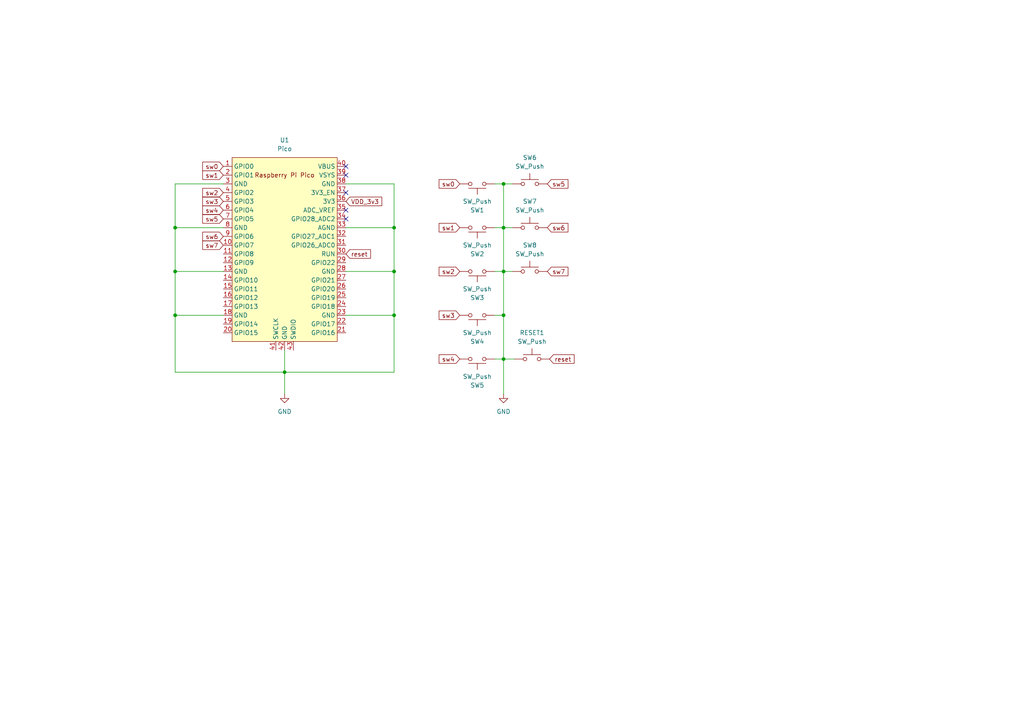
<source format=kicad_sch>
(kicad_sch (version 20211123) (generator eeschema)

  (uuid ba10215c-c439-4c7b-98d8-5d75b2ddd710)

  (paper "A4")

  (lib_symbols
    (symbol "MCU_RaspberryPi_and_Boards:Pico" (in_bom yes) (on_board yes)
      (property "Reference" "U" (id 0) (at -13.97 27.94 0)
        (effects (font (size 1.27 1.27)))
      )
      (property "Value" "Pico" (id 1) (at 0 19.05 0)
        (effects (font (size 1.27 1.27)))
      )
      (property "Footprint" "RPi_Pico:RPi_Pico_SMD_TH" (id 2) (at 0 0 90)
        (effects (font (size 1.27 1.27)) hide)
      )
      (property "Datasheet" "" (id 3) (at 0 0 0)
        (effects (font (size 1.27 1.27)) hide)
      )
      (symbol "Pico_0_0"
        (text "Raspberry Pi Pico" (at 0 21.59 0)
          (effects (font (size 1.27 1.27)))
        )
      )
      (symbol "Pico_0_1"
        (rectangle (start -15.24 26.67) (end 15.24 -26.67)
          (stroke (width 0) (type default) (color 0 0 0 0))
          (fill (type background))
        )
      )
      (symbol "Pico_1_1"
        (pin bidirectional line (at -17.78 24.13 0) (length 2.54)
          (name "GPIO0" (effects (font (size 1.27 1.27))))
          (number "1" (effects (font (size 1.27 1.27))))
        )
        (pin bidirectional line (at -17.78 1.27 0) (length 2.54)
          (name "GPIO7" (effects (font (size 1.27 1.27))))
          (number "10" (effects (font (size 1.27 1.27))))
        )
        (pin bidirectional line (at -17.78 -1.27 0) (length 2.54)
          (name "GPIO8" (effects (font (size 1.27 1.27))))
          (number "11" (effects (font (size 1.27 1.27))))
        )
        (pin bidirectional line (at -17.78 -3.81 0) (length 2.54)
          (name "GPIO9" (effects (font (size 1.27 1.27))))
          (number "12" (effects (font (size 1.27 1.27))))
        )
        (pin power_in line (at -17.78 -6.35 0) (length 2.54)
          (name "GND" (effects (font (size 1.27 1.27))))
          (number "13" (effects (font (size 1.27 1.27))))
        )
        (pin bidirectional line (at -17.78 -8.89 0) (length 2.54)
          (name "GPIO10" (effects (font (size 1.27 1.27))))
          (number "14" (effects (font (size 1.27 1.27))))
        )
        (pin bidirectional line (at -17.78 -11.43 0) (length 2.54)
          (name "GPIO11" (effects (font (size 1.27 1.27))))
          (number "15" (effects (font (size 1.27 1.27))))
        )
        (pin bidirectional line (at -17.78 -13.97 0) (length 2.54)
          (name "GPIO12" (effects (font (size 1.27 1.27))))
          (number "16" (effects (font (size 1.27 1.27))))
        )
        (pin bidirectional line (at -17.78 -16.51 0) (length 2.54)
          (name "GPIO13" (effects (font (size 1.27 1.27))))
          (number "17" (effects (font (size 1.27 1.27))))
        )
        (pin power_in line (at -17.78 -19.05 0) (length 2.54)
          (name "GND" (effects (font (size 1.27 1.27))))
          (number "18" (effects (font (size 1.27 1.27))))
        )
        (pin bidirectional line (at -17.78 -21.59 0) (length 2.54)
          (name "GPIO14" (effects (font (size 1.27 1.27))))
          (number "19" (effects (font (size 1.27 1.27))))
        )
        (pin bidirectional line (at -17.78 21.59 0) (length 2.54)
          (name "GPIO1" (effects (font (size 1.27 1.27))))
          (number "2" (effects (font (size 1.27 1.27))))
        )
        (pin bidirectional line (at -17.78 -24.13 0) (length 2.54)
          (name "GPIO15" (effects (font (size 1.27 1.27))))
          (number "20" (effects (font (size 1.27 1.27))))
        )
        (pin bidirectional line (at 17.78 -24.13 180) (length 2.54)
          (name "GPIO16" (effects (font (size 1.27 1.27))))
          (number "21" (effects (font (size 1.27 1.27))))
        )
        (pin bidirectional line (at 17.78 -21.59 180) (length 2.54)
          (name "GPIO17" (effects (font (size 1.27 1.27))))
          (number "22" (effects (font (size 1.27 1.27))))
        )
        (pin power_in line (at 17.78 -19.05 180) (length 2.54)
          (name "GND" (effects (font (size 1.27 1.27))))
          (number "23" (effects (font (size 1.27 1.27))))
        )
        (pin bidirectional line (at 17.78 -16.51 180) (length 2.54)
          (name "GPIO18" (effects (font (size 1.27 1.27))))
          (number "24" (effects (font (size 1.27 1.27))))
        )
        (pin bidirectional line (at 17.78 -13.97 180) (length 2.54)
          (name "GPIO19" (effects (font (size 1.27 1.27))))
          (number "25" (effects (font (size 1.27 1.27))))
        )
        (pin bidirectional line (at 17.78 -11.43 180) (length 2.54)
          (name "GPIO20" (effects (font (size 1.27 1.27))))
          (number "26" (effects (font (size 1.27 1.27))))
        )
        (pin bidirectional line (at 17.78 -8.89 180) (length 2.54)
          (name "GPIO21" (effects (font (size 1.27 1.27))))
          (number "27" (effects (font (size 1.27 1.27))))
        )
        (pin power_in line (at 17.78 -6.35 180) (length 2.54)
          (name "GND" (effects (font (size 1.27 1.27))))
          (number "28" (effects (font (size 1.27 1.27))))
        )
        (pin bidirectional line (at 17.78 -3.81 180) (length 2.54)
          (name "GPIO22" (effects (font (size 1.27 1.27))))
          (number "29" (effects (font (size 1.27 1.27))))
        )
        (pin power_in line (at -17.78 19.05 0) (length 2.54)
          (name "GND" (effects (font (size 1.27 1.27))))
          (number "3" (effects (font (size 1.27 1.27))))
        )
        (pin input line (at 17.78 -1.27 180) (length 2.54)
          (name "RUN" (effects (font (size 1.27 1.27))))
          (number "30" (effects (font (size 1.27 1.27))))
        )
        (pin bidirectional line (at 17.78 1.27 180) (length 2.54)
          (name "GPIO26_ADC0" (effects (font (size 1.27 1.27))))
          (number "31" (effects (font (size 1.27 1.27))))
        )
        (pin bidirectional line (at 17.78 3.81 180) (length 2.54)
          (name "GPIO27_ADC1" (effects (font (size 1.27 1.27))))
          (number "32" (effects (font (size 1.27 1.27))))
        )
        (pin power_in line (at 17.78 6.35 180) (length 2.54)
          (name "AGND" (effects (font (size 1.27 1.27))))
          (number "33" (effects (font (size 1.27 1.27))))
        )
        (pin bidirectional line (at 17.78 8.89 180) (length 2.54)
          (name "GPIO28_ADC2" (effects (font (size 1.27 1.27))))
          (number "34" (effects (font (size 1.27 1.27))))
        )
        (pin power_in line (at 17.78 11.43 180) (length 2.54)
          (name "ADC_VREF" (effects (font (size 1.27 1.27))))
          (number "35" (effects (font (size 1.27 1.27))))
        )
        (pin power_in line (at 17.78 13.97 180) (length 2.54)
          (name "3V3" (effects (font (size 1.27 1.27))))
          (number "36" (effects (font (size 1.27 1.27))))
        )
        (pin input line (at 17.78 16.51 180) (length 2.54)
          (name "3V3_EN" (effects (font (size 1.27 1.27))))
          (number "37" (effects (font (size 1.27 1.27))))
        )
        (pin bidirectional line (at 17.78 19.05 180) (length 2.54)
          (name "GND" (effects (font (size 1.27 1.27))))
          (number "38" (effects (font (size 1.27 1.27))))
        )
        (pin power_in line (at 17.78 21.59 180) (length 2.54)
          (name "VSYS" (effects (font (size 1.27 1.27))))
          (number "39" (effects (font (size 1.27 1.27))))
        )
        (pin bidirectional line (at -17.78 16.51 0) (length 2.54)
          (name "GPIO2" (effects (font (size 1.27 1.27))))
          (number "4" (effects (font (size 1.27 1.27))))
        )
        (pin power_in line (at 17.78 24.13 180) (length 2.54)
          (name "VBUS" (effects (font (size 1.27 1.27))))
          (number "40" (effects (font (size 1.27 1.27))))
        )
        (pin input line (at -2.54 -29.21 90) (length 2.54)
          (name "SWCLK" (effects (font (size 1.27 1.27))))
          (number "41" (effects (font (size 1.27 1.27))))
        )
        (pin power_in line (at 0 -29.21 90) (length 2.54)
          (name "GND" (effects (font (size 1.27 1.27))))
          (number "42" (effects (font (size 1.27 1.27))))
        )
        (pin bidirectional line (at 2.54 -29.21 90) (length 2.54)
          (name "SWDIO" (effects (font (size 1.27 1.27))))
          (number "43" (effects (font (size 1.27 1.27))))
        )
        (pin bidirectional line (at -17.78 13.97 0) (length 2.54)
          (name "GPIO3" (effects (font (size 1.27 1.27))))
          (number "5" (effects (font (size 1.27 1.27))))
        )
        (pin bidirectional line (at -17.78 11.43 0) (length 2.54)
          (name "GPIO4" (effects (font (size 1.27 1.27))))
          (number "6" (effects (font (size 1.27 1.27))))
        )
        (pin bidirectional line (at -17.78 8.89 0) (length 2.54)
          (name "GPIO5" (effects (font (size 1.27 1.27))))
          (number "7" (effects (font (size 1.27 1.27))))
        )
        (pin power_in line (at -17.78 6.35 0) (length 2.54)
          (name "GND" (effects (font (size 1.27 1.27))))
          (number "8" (effects (font (size 1.27 1.27))))
        )
        (pin bidirectional line (at -17.78 3.81 0) (length 2.54)
          (name "GPIO6" (effects (font (size 1.27 1.27))))
          (number "9" (effects (font (size 1.27 1.27))))
        )
      )
    )
    (symbol "Switch:SW_Push" (pin_numbers hide) (pin_names (offset 1.016) hide) (in_bom yes) (on_board yes)
      (property "Reference" "SW" (id 0) (at 1.27 2.54 0)
        (effects (font (size 1.27 1.27)) (justify left))
      )
      (property "Value" "SW_Push" (id 1) (at 0 -1.524 0)
        (effects (font (size 1.27 1.27)))
      )
      (property "Footprint" "" (id 2) (at 0 5.08 0)
        (effects (font (size 1.27 1.27)) hide)
      )
      (property "Datasheet" "~" (id 3) (at 0 5.08 0)
        (effects (font (size 1.27 1.27)) hide)
      )
      (property "ki_keywords" "switch normally-open pushbutton push-button" (id 4) (at 0 0 0)
        (effects (font (size 1.27 1.27)) hide)
      )
      (property "ki_description" "Push button switch, generic, two pins" (id 5) (at 0 0 0)
        (effects (font (size 1.27 1.27)) hide)
      )
      (symbol "SW_Push_0_1"
        (circle (center -2.032 0) (radius 0.508)
          (stroke (width 0) (type default) (color 0 0 0 0))
          (fill (type none))
        )
        (polyline
          (pts
            (xy 0 1.27)
            (xy 0 3.048)
          )
          (stroke (width 0) (type default) (color 0 0 0 0))
          (fill (type none))
        )
        (polyline
          (pts
            (xy 2.54 1.27)
            (xy -2.54 1.27)
          )
          (stroke (width 0) (type default) (color 0 0 0 0))
          (fill (type none))
        )
        (circle (center 2.032 0) (radius 0.508)
          (stroke (width 0) (type default) (color 0 0 0 0))
          (fill (type none))
        )
        (pin passive line (at -5.08 0 0) (length 2.54)
          (name "1" (effects (font (size 1.27 1.27))))
          (number "1" (effects (font (size 1.27 1.27))))
        )
        (pin passive line (at 5.08 0 180) (length 2.54)
          (name "2" (effects (font (size 1.27 1.27))))
          (number "2" (effects (font (size 1.27 1.27))))
        )
      )
    )
    (symbol "power:GND" (power) (pin_names (offset 0)) (in_bom yes) (on_board yes)
      (property "Reference" "#PWR" (id 0) (at 0 -6.35 0)
        (effects (font (size 1.27 1.27)) hide)
      )
      (property "Value" "GND" (id 1) (at 0 -3.81 0)
        (effects (font (size 1.27 1.27)))
      )
      (property "Footprint" "" (id 2) (at 0 0 0)
        (effects (font (size 1.27 1.27)) hide)
      )
      (property "Datasheet" "" (id 3) (at 0 0 0)
        (effects (font (size 1.27 1.27)) hide)
      )
      (property "ki_keywords" "global power" (id 4) (at 0 0 0)
        (effects (font (size 1.27 1.27)) hide)
      )
      (property "ki_description" "Power symbol creates a global label with name \"GND\" , ground" (id 5) (at 0 0 0)
        (effects (font (size 1.27 1.27)) hide)
      )
      (symbol "GND_0_1"
        (polyline
          (pts
            (xy 0 0)
            (xy 0 -1.27)
            (xy 1.27 -1.27)
            (xy 0 -2.54)
            (xy -1.27 -1.27)
            (xy 0 -1.27)
          )
          (stroke (width 0) (type default) (color 0 0 0 0))
          (fill (type none))
        )
      )
      (symbol "GND_1_1"
        (pin power_in line (at 0 0 270) (length 0) hide
          (name "GND" (effects (font (size 1.27 1.27))))
          (number "1" (effects (font (size 1.27 1.27))))
        )
      )
    )
  )

  (junction (at 146.05 66.04) (diameter 0) (color 0 0 0 0)
    (uuid 0016806a-d748-45a1-b487-e07a78da4ff4)
  )
  (junction (at 114.3 78.74) (diameter 0) (color 0 0 0 0)
    (uuid 46e55a54-501c-4873-8ba9-33d4a8e6808a)
  )
  (junction (at 50.8 78.74) (diameter 0) (color 0 0 0 0)
    (uuid 53f1b9f0-938b-4e3c-a000-e5ece7072101)
  )
  (junction (at 146.05 104.14) (diameter 0) (color 0 0 0 0)
    (uuid 684c6ac0-b50c-40f7-ae9f-a997b521f0eb)
  )
  (junction (at 114.3 66.04) (diameter 0) (color 0 0 0 0)
    (uuid 6c2cb4d0-c951-4166-923d-39ebe850c55e)
  )
  (junction (at 114.3 91.44) (diameter 0) (color 0 0 0 0)
    (uuid 825a35ec-0f26-475b-819c-1e5044340c2e)
  )
  (junction (at 146.05 91.44) (diameter 0) (color 0 0 0 0)
    (uuid a5f9bf73-5aef-4cd4-b229-26e8276fd108)
  )
  (junction (at 146.05 78.74) (diameter 0) (color 0 0 0 0)
    (uuid a7dc9438-2f12-430e-abf6-5a56d0e43dec)
  )
  (junction (at 50.8 91.44) (diameter 0) (color 0 0 0 0)
    (uuid ba85a2aa-dc99-4974-a567-3eb94304090b)
  )
  (junction (at 50.8 66.04) (diameter 0) (color 0 0 0 0)
    (uuid dac56bb8-bc66-44f5-af7d-bd17e9af7123)
  )
  (junction (at 82.55 107.95) (diameter 0) (color 0 0 0 0)
    (uuid ec4a07ca-3617-4af1-8c80-e222470b182f)
  )
  (junction (at 146.05 53.34) (diameter 0) (color 0 0 0 0)
    (uuid fad7b3df-d6a6-4749-87e0-60e7a4eebfda)
  )

  (no_connect (at 100.33 50.8) (uuid 49a43ff9-521c-4f0b-b9bb-98e7e448f1cd))
  (no_connect (at 100.33 60.96) (uuid 5be124e6-fdac-40bb-a550-8da96a407461))
  (no_connect (at 100.33 55.88) (uuid 682f72e7-ebfa-4a9c-b0cd-3150e41f4f9e))
  (no_connect (at 100.33 48.26) (uuid 9773f781-ac0d-4bb5-83ef-570647c93078))
  (no_connect (at 100.33 63.5) (uuid be5962ad-bcd7-4a82-8c73-df489383fd1d))

  (wire (pts (xy 114.3 53.34) (xy 114.3 66.04))
    (stroke (width 0) (type default) (color 0 0 0 0))
    (uuid 04d0af45-e1ae-48ba-bcd7-dd38a792312c)
  )
  (wire (pts (xy 146.05 78.74) (xy 146.05 91.44))
    (stroke (width 0) (type default) (color 0 0 0 0))
    (uuid 0581a6a9-b36a-404f-a6a4-a859ec935d25)
  )
  (wire (pts (xy 143.51 78.74) (xy 146.05 78.74))
    (stroke (width 0) (type default) (color 0 0 0 0))
    (uuid 0b761238-eaf3-480d-b4c2-6ab18bf4843f)
  )
  (wire (pts (xy 100.33 78.74) (xy 114.3 78.74))
    (stroke (width 0) (type default) (color 0 0 0 0))
    (uuid 0f2d6510-425a-4fb2-851d-dd6e05e3090e)
  )
  (wire (pts (xy 50.8 91.44) (xy 50.8 107.95))
    (stroke (width 0) (type default) (color 0 0 0 0))
    (uuid 175114a2-f7d3-4186-952e-230a3bf2b3fc)
  )
  (wire (pts (xy 50.8 66.04) (xy 64.77 66.04))
    (stroke (width 0) (type default) (color 0 0 0 0))
    (uuid 1bd03d37-4d56-453b-94f8-cbe3ceb49675)
  )
  (wire (pts (xy 82.55 107.95) (xy 82.55 114.3))
    (stroke (width 0) (type default) (color 0 0 0 0))
    (uuid 294f9e24-3993-4450-86c9-4eed4fa03dd5)
  )
  (wire (pts (xy 50.8 78.74) (xy 50.8 91.44))
    (stroke (width 0) (type default) (color 0 0 0 0))
    (uuid 31916e92-73d3-4c0a-bb13-03adb8517e95)
  )
  (wire (pts (xy 143.51 104.14) (xy 146.05 104.14))
    (stroke (width 0) (type default) (color 0 0 0 0))
    (uuid 3f61e9a9-f888-4510-bbc4-aebde4823c1a)
  )
  (wire (pts (xy 146.05 104.14) (xy 149.225 104.14))
    (stroke (width 0) (type default) (color 0 0 0 0))
    (uuid 4b2539e8-2add-437a-bbd5-2d1ac9cb837e)
  )
  (wire (pts (xy 146.05 104.14) (xy 146.05 114.3))
    (stroke (width 0) (type default) (color 0 0 0 0))
    (uuid 4eadb95b-3109-42f5-bba9-b334d286043c)
  )
  (wire (pts (xy 64.77 53.34) (xy 50.8 53.34))
    (stroke (width 0) (type default) (color 0 0 0 0))
    (uuid 53be8abc-93bd-4724-a804-f7f0f650593c)
  )
  (wire (pts (xy 143.51 66.04) (xy 146.05 66.04))
    (stroke (width 0) (type default) (color 0 0 0 0))
    (uuid 565600f1-3abc-4d8a-a95c-6c3fd176b475)
  )
  (wire (pts (xy 114.3 78.74) (xy 114.3 91.44))
    (stroke (width 0) (type default) (color 0 0 0 0))
    (uuid 6a8a37d6-b3d2-49ab-ab62-654afe3f506e)
  )
  (wire (pts (xy 50.8 78.74) (xy 64.77 78.74))
    (stroke (width 0) (type default) (color 0 0 0 0))
    (uuid 6af49228-5e9e-4855-8da7-541882fc5bbb)
  )
  (wire (pts (xy 50.8 107.95) (xy 82.55 107.95))
    (stroke (width 0) (type default) (color 0 0 0 0))
    (uuid 77210540-eb13-4bcf-8f30-c051603acdff)
  )
  (wire (pts (xy 82.55 101.6) (xy 82.55 107.95))
    (stroke (width 0) (type default) (color 0 0 0 0))
    (uuid 7af1c0c1-ca4f-4c66-83ef-de71c119a6a3)
  )
  (wire (pts (xy 114.3 66.04) (xy 114.3 78.74))
    (stroke (width 0) (type default) (color 0 0 0 0))
    (uuid 7f49f6a8-d655-4439-9a8d-9700bd2b3d34)
  )
  (wire (pts (xy 114.3 91.44) (xy 114.3 107.95))
    (stroke (width 0) (type default) (color 0 0 0 0))
    (uuid 837b830f-da2f-47cf-b168-a0e77a3fb608)
  )
  (wire (pts (xy 100.33 66.04) (xy 114.3 66.04))
    (stroke (width 0) (type default) (color 0 0 0 0))
    (uuid 8a922f98-a1e6-44bd-b635-b550debcceb0)
  )
  (wire (pts (xy 146.05 66.04) (xy 148.59 66.04))
    (stroke (width 0) (type default) (color 0 0 0 0))
    (uuid 91259977-12b1-4bd5-b367-888c72cb02fb)
  )
  (wire (pts (xy 50.8 91.44) (xy 64.77 91.44))
    (stroke (width 0) (type default) (color 0 0 0 0))
    (uuid a50386d4-2a54-495e-afdb-b186e91b5085)
  )
  (wire (pts (xy 143.51 53.34) (xy 146.05 53.34))
    (stroke (width 0) (type default) (color 0 0 0 0))
    (uuid b41871f4-781f-4edf-9535-de60917d569f)
  )
  (wire (pts (xy 50.8 66.04) (xy 50.8 78.74))
    (stroke (width 0) (type default) (color 0 0 0 0))
    (uuid b55c56bb-af67-4c55-ad7d-41d2f1d290ad)
  )
  (wire (pts (xy 114.3 107.95) (xy 82.55 107.95))
    (stroke (width 0) (type default) (color 0 0 0 0))
    (uuid bbf04d62-b2ca-4388-8984-5ec4ce73b38c)
  )
  (wire (pts (xy 100.33 53.34) (xy 114.3 53.34))
    (stroke (width 0) (type default) (color 0 0 0 0))
    (uuid bf270caa-bd35-4cfa-816a-a3a8cc71b6bf)
  )
  (wire (pts (xy 146.05 53.34) (xy 146.05 66.04))
    (stroke (width 0) (type default) (color 0 0 0 0))
    (uuid c04317db-9049-4b58-8f6c-cc5b17fcbd6a)
  )
  (wire (pts (xy 146.05 91.44) (xy 146.05 104.14))
    (stroke (width 0) (type default) (color 0 0 0 0))
    (uuid c06779d6-eaec-4ef6-8323-e8f0667a98da)
  )
  (wire (pts (xy 143.51 91.44) (xy 146.05 91.44))
    (stroke (width 0) (type default) (color 0 0 0 0))
    (uuid dbc38a1f-1fbd-4a69-aa8a-d360b625e901)
  )
  (wire (pts (xy 146.05 66.04) (xy 146.05 78.74))
    (stroke (width 0) (type default) (color 0 0 0 0))
    (uuid ded9e696-6e26-44bc-b86e-d6aaebfeac91)
  )
  (wire (pts (xy 100.33 91.44) (xy 114.3 91.44))
    (stroke (width 0) (type default) (color 0 0 0 0))
    (uuid e7fdccb9-7934-48ea-bc41-258dcbf46050)
  )
  (wire (pts (xy 50.8 53.34) (xy 50.8 66.04))
    (stroke (width 0) (type default) (color 0 0 0 0))
    (uuid efcb7018-f22e-49bd-9173-e9a048784098)
  )
  (wire (pts (xy 146.05 78.74) (xy 148.59 78.74))
    (stroke (width 0) (type default) (color 0 0 0 0))
    (uuid f4b2a658-3e02-445b-b992-b84e75002307)
  )
  (wire (pts (xy 146.05 53.34) (xy 148.59 53.34))
    (stroke (width 0) (type default) (color 0 0 0 0))
    (uuid f9b652c9-26d6-49a0-a651-a3dd8a674668)
  )

  (global_label "sw6" (shape input) (at 64.77 68.58 180) (fields_autoplaced)
    (effects (font (size 1.27 1.27)) (justify right))
    (uuid 04d02b5c-dd69-4ff6-9c70-574f90502dfe)
    (property "Intersheet References" "${INTERSHEET_REFS}" (id 0) (at 58.7888 68.5006 0)
      (effects (font (size 1.27 1.27)) (justify right) hide)
    )
  )
  (global_label "sw2" (shape input) (at 133.35 78.74 180) (fields_autoplaced)
    (effects (font (size 1.27 1.27)) (justify right))
    (uuid 0c75cb17-542b-41de-8f4b-2f9a8fd893f4)
    (property "Intersheet References" "${INTERSHEET_REFS}" (id 0) (at 127.3688 78.6606 0)
      (effects (font (size 1.27 1.27)) (justify right) hide)
    )
  )
  (global_label "sw5" (shape input) (at 158.75 53.34 0) (fields_autoplaced)
    (effects (font (size 1.27 1.27)) (justify left))
    (uuid 0f068edf-ba65-4fc7-a236-4e485db63bb2)
    (property "Intersheet References" "${INTERSHEET_REFS}" (id 0) (at 164.7312 53.4194 0)
      (effects (font (size 1.27 1.27)) (justify left) hide)
    )
  )
  (global_label "sw2" (shape input) (at 64.77 55.88 180) (fields_autoplaced)
    (effects (font (size 1.27 1.27)) (justify right))
    (uuid 101d8362-e51d-4c15-9512-63a6dc00695f)
    (property "Intersheet References" "${INTERSHEET_REFS}" (id 0) (at 58.7888 55.8006 0)
      (effects (font (size 1.27 1.27)) (justify right) hide)
    )
  )
  (global_label "sw7" (shape input) (at 64.77 71.12 180) (fields_autoplaced)
    (effects (font (size 1.27 1.27)) (justify right))
    (uuid 1a7539df-dedf-48c3-a56c-a439330706ff)
    (property "Intersheet References" "${INTERSHEET_REFS}" (id 0) (at 58.7888 71.0406 0)
      (effects (font (size 1.27 1.27)) (justify right) hide)
    )
  )
  (global_label "sw1" (shape input) (at 133.35 66.04 180) (fields_autoplaced)
    (effects (font (size 1.27 1.27)) (justify right))
    (uuid 1e4d9c1f-902f-4781-af6e-5c7016b39988)
    (property "Intersheet References" "${INTERSHEET_REFS}" (id 0) (at 127.3688 65.9606 0)
      (effects (font (size 1.27 1.27)) (justify right) hide)
    )
  )
  (global_label "VDD_3v3" (shape input) (at 100.33 58.42 0) (fields_autoplaced)
    (effects (font (size 1.27 1.27)) (justify left))
    (uuid 3616bc79-1e88-47ad-b739-deaf0afa1ff6)
    (property "Intersheet References" "${INTERSHEET_REFS}" (id 0) (at 110.726 58.3406 0)
      (effects (font (size 1.27 1.27)) (justify left) hide)
    )
  )
  (global_label "sw4" (shape input) (at 64.77 60.96 180) (fields_autoplaced)
    (effects (font (size 1.27 1.27)) (justify right))
    (uuid 397d5754-348f-40aa-ae98-806df7b7d9de)
    (property "Intersheet References" "${INTERSHEET_REFS}" (id 0) (at 58.7888 60.8806 0)
      (effects (font (size 1.27 1.27)) (justify right) hide)
    )
  )
  (global_label "reset" (shape input) (at 100.33 73.66 0) (fields_autoplaced)
    (effects (font (size 1.27 1.27)) (justify left))
    (uuid 3c49173b-4bc0-42f5-acc3-99cac53f7753)
    (property "Intersheet References" "${INTERSHEET_REFS}" (id 0) (at 107.4602 73.5806 0)
      (effects (font (size 1.27 1.27)) (justify left) hide)
    )
  )
  (global_label "sw5" (shape input) (at 64.77 63.5 180) (fields_autoplaced)
    (effects (font (size 1.27 1.27)) (justify right))
    (uuid 3cbce7d6-5170-4c80-b439-97df9e6ce56b)
    (property "Intersheet References" "${INTERSHEET_REFS}" (id 0) (at 58.7888 63.4206 0)
      (effects (font (size 1.27 1.27)) (justify right) hide)
    )
  )
  (global_label "sw3" (shape input) (at 64.77 58.42 180) (fields_autoplaced)
    (effects (font (size 1.27 1.27)) (justify right))
    (uuid 4fa2994f-405d-4b05-b148-d8796b5d7201)
    (property "Intersheet References" "${INTERSHEET_REFS}" (id 0) (at 58.7888 58.3406 0)
      (effects (font (size 1.27 1.27)) (justify right) hide)
    )
  )
  (global_label "sw0" (shape input) (at 64.77 48.26 180) (fields_autoplaced)
    (effects (font (size 1.27 1.27)) (justify right))
    (uuid 606accfc-f0a6-4642-8234-da24aa8efac6)
    (property "Intersheet References" "${INTERSHEET_REFS}" (id 0) (at 58.7888 48.1806 0)
      (effects (font (size 1.27 1.27)) (justify right) hide)
    )
  )
  (global_label "sw0" (shape input) (at 133.35 53.34 180) (fields_autoplaced)
    (effects (font (size 1.27 1.27)) (justify right))
    (uuid 634e2f11-76cc-43e1-9ab3-03094c8bb45e)
    (property "Intersheet References" "${INTERSHEET_REFS}" (id 0) (at 127.3688 53.2606 0)
      (effects (font (size 1.27 1.27)) (justify right) hide)
    )
  )
  (global_label "sw3" (shape input) (at 133.35 91.44 180) (fields_autoplaced)
    (effects (font (size 1.27 1.27)) (justify right))
    (uuid bb2e4959-b5ab-4764-8162-5327fbd9e539)
    (property "Intersheet References" "${INTERSHEET_REFS}" (id 0) (at 127.3688 91.3606 0)
      (effects (font (size 1.27 1.27)) (justify right) hide)
    )
  )
  (global_label "sw1" (shape input) (at 64.77 50.8 180) (fields_autoplaced)
    (effects (font (size 1.27 1.27)) (justify right))
    (uuid e726aa8b-cd76-4151-bd66-a7b12eae27f9)
    (property "Intersheet References" "${INTERSHEET_REFS}" (id 0) (at 58.7888 50.7206 0)
      (effects (font (size 1.27 1.27)) (justify right) hide)
    )
  )
  (global_label "sw4" (shape input) (at 133.35 104.14 180) (fields_autoplaced)
    (effects (font (size 1.27 1.27)) (justify right))
    (uuid ec1bb803-469f-4921-a414-da86696694e2)
    (property "Intersheet References" "${INTERSHEET_REFS}" (id 0) (at 127.3688 104.0606 0)
      (effects (font (size 1.27 1.27)) (justify right) hide)
    )
  )
  (global_label "sw7" (shape input) (at 158.75 78.74 0) (fields_autoplaced)
    (effects (font (size 1.27 1.27)) (justify left))
    (uuid f762f25d-4244-4576-b82e-2c234eebcedd)
    (property "Intersheet References" "${INTERSHEET_REFS}" (id 0) (at 164.7312 78.6606 0)
      (effects (font (size 1.27 1.27)) (justify left) hide)
    )
  )
  (global_label "sw6" (shape input) (at 158.75 66.04 0) (fields_autoplaced)
    (effects (font (size 1.27 1.27)) (justify left))
    (uuid f81f32bb-58b6-481c-a1db-5e818d499275)
    (property "Intersheet References" "${INTERSHEET_REFS}" (id 0) (at 164.7312 65.9606 0)
      (effects (font (size 1.27 1.27)) (justify left) hide)
    )
  )
  (global_label "reset" (shape input) (at 159.385 104.14 0) (fields_autoplaced)
    (effects (font (size 1.27 1.27)) (justify left))
    (uuid fcaf5ce6-bb64-4fcc-ab73-7f6866af5661)
    (property "Intersheet References" "${INTERSHEET_REFS}" (id 0) (at 166.5152 104.0606 0)
      (effects (font (size 1.27 1.27)) (justify left) hide)
    )
  )

  (symbol (lib_id "Switch:SW_Push") (at 153.67 53.34 0) (unit 1)
    (in_bom yes) (on_board yes) (fields_autoplaced)
    (uuid 15fc5bc9-7bf6-442d-95a1-d8a62577e76b)
    (property "Reference" "SW6" (id 0) (at 153.67 45.72 0))
    (property "Value" "SW_Push" (id 1) (at 153.67 48.26 0))
    (property "Footprint" "MX_Hotswap:MX-Hotswap-1U" (id 2) (at 153.67 48.26 0)
      (effects (font (size 1.27 1.27)) hide)
    )
    (property "Datasheet" "~" (id 3) (at 153.67 48.26 0)
      (effects (font (size 1.27 1.27)) hide)
    )
    (pin "1" (uuid b9df90e4-29de-4a2e-94c5-99bc6e5c638b))
    (pin "2" (uuid b489c80a-328a-4f3c-ba87-4b5e3341e44f))
  )

  (symbol (lib_id "Switch:SW_Push") (at 153.67 66.04 0) (unit 1)
    (in_bom yes) (on_board yes) (fields_autoplaced)
    (uuid 31098065-9db1-4578-b7a3-5a4f1cdc391c)
    (property "Reference" "SW7" (id 0) (at 153.67 58.42 0))
    (property "Value" "SW_Push" (id 1) (at 153.67 60.96 0))
    (property "Footprint" "MX_Hotswap:MX-Hotswap-2U" (id 2) (at 153.67 60.96 0)
      (effects (font (size 1.27 1.27)) hide)
    )
    (property "Datasheet" "~" (id 3) (at 153.67 60.96 0)
      (effects (font (size 1.27 1.27)) hide)
    )
    (pin "1" (uuid fc6ac999-f9ab-4af6-92a2-0a3f86e0f6dc))
    (pin "2" (uuid 6804d6ec-9519-4281-84c5-89808c46a3c0))
  )

  (symbol (lib_id "Switch:SW_Push") (at 138.43 66.04 180) (unit 1)
    (in_bom yes) (on_board yes) (fields_autoplaced)
    (uuid 35944119-ba21-4aea-8fc2-10090bf4ffbc)
    (property "Reference" "SW2" (id 0) (at 138.43 73.66 0))
    (property "Value" "SW_Push" (id 1) (at 138.43 71.12 0))
    (property "Footprint" "MX_Hotswap:MX-Hotswap-1U" (id 2) (at 138.43 71.12 0)
      (effects (font (size 1.27 1.27)) hide)
    )
    (property "Datasheet" "~" (id 3) (at 138.43 71.12 0)
      (effects (font (size 1.27 1.27)) hide)
    )
    (pin "1" (uuid a0b46a89-70f8-4060-909b-2788838fd275))
    (pin "2" (uuid 71676da9-6b51-428f-a9e2-49876ac41582))
  )

  (symbol (lib_id "Switch:SW_Push") (at 138.43 91.44 180) (unit 1)
    (in_bom yes) (on_board yes) (fields_autoplaced)
    (uuid 830235bd-bfd3-4689-b46e-a94cee4066ee)
    (property "Reference" "SW4" (id 0) (at 138.43 99.06 0))
    (property "Value" "SW_Push" (id 1) (at 138.43 96.52 0))
    (property "Footprint" "MX_Hotswap:MX-Hotswap-1U" (id 2) (at 138.43 96.52 0)
      (effects (font (size 1.27 1.27)) hide)
    )
    (property "Datasheet" "~" (id 3) (at 138.43 96.52 0)
      (effects (font (size 1.27 1.27)) hide)
    )
    (pin "1" (uuid 0362b3ab-a2bd-4419-a8e2-9fb30c9a5600))
    (pin "2" (uuid e014b918-5643-49f8-84ab-021067aa0751))
  )

  (symbol (lib_id "Switch:SW_Push") (at 153.67 78.74 0) (unit 1)
    (in_bom yes) (on_board yes) (fields_autoplaced)
    (uuid ab0512e1-4c7b-4ce7-a44e-5c66667242d9)
    (property "Reference" "SW8" (id 0) (at 153.67 71.12 0))
    (property "Value" "SW_Push" (id 1) (at 153.67 73.66 0))
    (property "Footprint" "MX_Hotswap:MX-Hotswap-1U" (id 2) (at 153.67 73.66 0)
      (effects (font (size 1.27 1.27)) hide)
    )
    (property "Datasheet" "~" (id 3) (at 153.67 73.66 0)
      (effects (font (size 1.27 1.27)) hide)
    )
    (pin "1" (uuid 1005be4a-851b-4d29-a668-c1557b1c3dec))
    (pin "2" (uuid b5872cc9-1edc-4691-9113-492aba9902b4))
  )

  (symbol (lib_id "MCU_RaspberryPi_and_Boards:Pico") (at 82.55 72.39 0) (unit 1)
    (in_bom yes) (on_board yes) (fields_autoplaced)
    (uuid c990c3bb-baee-41f4-b8a6-4ab12f343b22)
    (property "Reference" "U1" (id 0) (at 82.55 40.64 0))
    (property "Value" "Pico" (id 1) (at 82.55 43.18 0))
    (property "Footprint" "MCU_RaspberryPi_and_Boards:RPi_Pico_SMD_TH" (id 2) (at 82.55 72.39 90)
      (effects (font (size 1.27 1.27)) hide)
    )
    (property "Datasheet" "" (id 3) (at 82.55 72.39 0)
      (effects (font (size 1.27 1.27)) hide)
    )
    (pin "1" (uuid 602e0b04-7ff4-4257-817f-aba20c8bdca7))
    (pin "10" (uuid a20633ee-8a6b-4e92-b4a4-04a470e7a2e6))
    (pin "11" (uuid 9e294b5c-48b0-4437-87f6-a8366110cc36))
    (pin "12" (uuid 777f010b-b785-4b7a-a44f-1e77b40f8841))
    (pin "13" (uuid 88a67694-c19a-4ba5-ba5c-1b553eaf306f))
    (pin "14" (uuid 009f2407-955b-4c8f-b9be-8061c85a01ec))
    (pin "15" (uuid 34c25395-8a66-42e9-93a5-6de465c7a85f))
    (pin "16" (uuid c23788a4-02b0-41c3-b41a-b0302807913b))
    (pin "17" (uuid d186a59a-6dac-4b19-9ed1-55983319ce54))
    (pin "18" (uuid aa9be461-c60e-4fef-b2ee-dbf1760ad84d))
    (pin "19" (uuid 13e022f4-1936-4332-bb49-08425f78b34c))
    (pin "2" (uuid f1a11e19-962e-434e-83dc-d9247cfc470f))
    (pin "20" (uuid ccf75d27-b687-4a6c-b2d7-f247b0dc4b64))
    (pin "21" (uuid fdbe16e2-774e-43ac-95f5-c9dd4b330360))
    (pin "22" (uuid 48bae85d-555e-4743-8741-abb716dab900))
    (pin "23" (uuid 6cd28d84-fb20-47e8-a8f4-224f929f702a))
    (pin "24" (uuid b83b25b3-05db-4f2d-8483-77f328680af6))
    (pin "25" (uuid c2673eaa-bf83-479d-9d38-8b76a1bd2be9))
    (pin "26" (uuid 806170cd-8186-4af0-b684-1bc7806fd4bc))
    (pin "27" (uuid 04f58ea2-3f1d-48a9-92a7-9310f4fd0baa))
    (pin "28" (uuid bc6c2ae1-29b4-46f2-922d-02a57f7a683b))
    (pin "29" (uuid 37012d71-6a25-4958-9927-fa6d45656bcf))
    (pin "3" (uuid dff7f0c0-e993-4dcf-8656-53ab0d9d76a7))
    (pin "30" (uuid 854125f6-f76c-4561-93cc-1c9b98ea782d))
    (pin "31" (uuid f33b8454-eb33-462a-951c-48dd63c5a947))
    (pin "32" (uuid 0c41a178-0ab2-477a-8dde-f3a27e081626))
    (pin "33" (uuid 3d8d7252-a17f-4170-a516-4ee444c556c1))
    (pin "34" (uuid 2485ce3b-9010-44eb-8fc6-080e24035979))
    (pin "35" (uuid 56665c61-f78c-4dab-a99a-856799b3ca16))
    (pin "36" (uuid 3612524c-37c5-47b7-a277-a9831b68dc23))
    (pin "37" (uuid d8357920-056c-4279-951c-4f2742daf9e6))
    (pin "38" (uuid 77d3f2d5-4915-45d8-95dd-275c41af5daa))
    (pin "39" (uuid c955714c-90c8-4142-b48e-3a1d53d6995a))
    (pin "4" (uuid 7e9d5c29-a1a3-4809-a9fe-69b9457eeb6b))
    (pin "40" (uuid 0eaacb33-22d3-4ddf-a7b1-0a6dee6cd954))
    (pin "41" (uuid c39478e0-b5a4-4c16-bf0a-e5b4e864d359))
    (pin "42" (uuid b593018d-fadb-4e06-b644-af0ce71cdb83))
    (pin "43" (uuid 6a4b7f9f-48ca-4a93-b8e2-87ea72c91a4f))
    (pin "5" (uuid 7c10abc8-6512-4ffb-bd61-1cfe9ddc1c48))
    (pin "6" (uuid 3134fabf-f325-49b1-b55f-aebc3ef317cc))
    (pin "7" (uuid e34dd7bf-19fe-4a0e-8db2-9cabbbc23e8b))
    (pin "8" (uuid 0d418a2e-e970-44ea-87a0-c1380ddef77c))
    (pin "9" (uuid 2ac8497b-d5cb-492f-95a9-5c22bdb03f90))
  )

  (symbol (lib_id "Switch:SW_Push") (at 138.43 53.34 180) (unit 1)
    (in_bom yes) (on_board yes) (fields_autoplaced)
    (uuid cd442359-988a-4166-959b-6368d821f4dd)
    (property "Reference" "SW1" (id 0) (at 138.43 60.96 0))
    (property "Value" "SW_Push" (id 1) (at 138.43 58.42 0))
    (property "Footprint" "MX_Hotswap:MX-Hotswap-1U" (id 2) (at 138.43 58.42 0)
      (effects (font (size 1.27 1.27)) hide)
    )
    (property "Datasheet" "~" (id 3) (at 138.43 58.42 0)
      (effects (font (size 1.27 1.27)) hide)
    )
    (pin "1" (uuid 91f880b5-478b-4c00-93aa-45f85ea825cb))
    (pin "2" (uuid 91020474-f8f0-453e-bdc6-b095e87c94e4))
  )

  (symbol (lib_id "Switch:SW_Push") (at 138.43 104.14 180) (unit 1)
    (in_bom yes) (on_board yes) (fields_autoplaced)
    (uuid e8765826-77ec-4bcd-9030-8a52f3dff1d1)
    (property "Reference" "SW5" (id 0) (at 138.43 111.76 0))
    (property "Value" "SW_Push" (id 1) (at 138.43 109.22 0))
    (property "Footprint" "MX_Hotswap:MX-Hotswap-1U" (id 2) (at 138.43 109.22 0)
      (effects (font (size 1.27 1.27)) hide)
    )
    (property "Datasheet" "~" (id 3) (at 138.43 109.22 0)
      (effects (font (size 1.27 1.27)) hide)
    )
    (pin "1" (uuid 4f06680f-bba7-4b0b-99a6-7ccbd0a2cd56))
    (pin "2" (uuid 9042e7b9-cc5a-42f4-80eb-f5bd2580f3ef))
  )

  (symbol (lib_id "Switch:SW_Push") (at 154.305 104.14 0) (unit 1)
    (in_bom yes) (on_board yes) (fields_autoplaced)
    (uuid ea771567-d006-4831-9ae1-21125fd348ca)
    (property "Reference" "RESET1" (id 0) (at 154.305 96.52 0))
    (property "Value" "SW_Push" (id 1) (at 154.305 99.06 0))
    (property "Footprint" "Button_Switch_SMD:SW_SPST_CK_RS282G05A3" (id 2) (at 154.305 99.06 0)
      (effects (font (size 1.27 1.27)) hide)
    )
    (property "Datasheet" "~" (id 3) (at 154.305 99.06 0)
      (effects (font (size 1.27 1.27)) hide)
    )
    (pin "1" (uuid 4d24fc54-8136-46a4-9b5c-c4038e01c438))
    (pin "2" (uuid 43ae10af-0877-4f84-8b86-79f99f419d88))
  )

  (symbol (lib_id "power:GND") (at 82.55 114.3 0) (unit 1)
    (in_bom yes) (on_board yes) (fields_autoplaced)
    (uuid f72dcabd-c5ba-49cd-9494-2d7672ab06f8)
    (property "Reference" "#PWR01" (id 0) (at 82.55 120.65 0)
      (effects (font (size 1.27 1.27)) hide)
    )
    (property "Value" "GND" (id 1) (at 82.55 119.38 0))
    (property "Footprint" "" (id 2) (at 82.55 114.3 0)
      (effects (font (size 1.27 1.27)) hide)
    )
    (property "Datasheet" "" (id 3) (at 82.55 114.3 0)
      (effects (font (size 1.27 1.27)) hide)
    )
    (pin "1" (uuid 6c805a7c-577d-42ea-8609-1e2766a85f47))
  )

  (symbol (lib_id "Switch:SW_Push") (at 138.43 78.74 180) (unit 1)
    (in_bom yes) (on_board yes) (fields_autoplaced)
    (uuid fcb63fd2-50c9-42b1-be40-2f0de9b54d73)
    (property "Reference" "SW3" (id 0) (at 138.43 86.36 0))
    (property "Value" "SW_Push" (id 1) (at 138.43 83.82 0))
    (property "Footprint" "MX_Hotswap:MX-Hotswap-1U" (id 2) (at 138.43 83.82 0)
      (effects (font (size 1.27 1.27)) hide)
    )
    (property "Datasheet" "~" (id 3) (at 138.43 83.82 0)
      (effects (font (size 1.27 1.27)) hide)
    )
    (pin "1" (uuid f5d53744-d683-430c-84da-217a456094dc))
    (pin "2" (uuid e3095e89-8294-4d43-8921-58427aec29fa))
  )

  (symbol (lib_id "power:GND") (at 146.05 114.3 0) (unit 1)
    (in_bom yes) (on_board yes) (fields_autoplaced)
    (uuid fdfcb531-882a-4131-8945-c96def89ff23)
    (property "Reference" "#PWR02" (id 0) (at 146.05 120.65 0)
      (effects (font (size 1.27 1.27)) hide)
    )
    (property "Value" "GND" (id 1) (at 146.05 119.38 0))
    (property "Footprint" "" (id 2) (at 146.05 114.3 0)
      (effects (font (size 1.27 1.27)) hide)
    )
    (property "Datasheet" "" (id 3) (at 146.05 114.3 0)
      (effects (font (size 1.27 1.27)) hide)
    )
    (pin "1" (uuid 2dc7616c-60a6-4c57-8d82-7dbbc3d949ea))
  )

  (sheet_instances
    (path "/" (page "1"))
  )

  (symbol_instances
    (path "/f72dcabd-c5ba-49cd-9494-2d7672ab06f8"
      (reference "#PWR01") (unit 1) (value "GND") (footprint "")
    )
    (path "/fdfcb531-882a-4131-8945-c96def89ff23"
      (reference "#PWR02") (unit 1) (value "GND") (footprint "")
    )
    (path "/ea771567-d006-4831-9ae1-21125fd348ca"
      (reference "RESET1") (unit 1) (value "SW_Push") (footprint "Button_Switch_SMD:SW_SPST_CK_RS282G05A3")
    )
    (path "/cd442359-988a-4166-959b-6368d821f4dd"
      (reference "SW1") (unit 1) (value "SW_Push") (footprint "MX_Hotswap:MX-Hotswap-1U")
    )
    (path "/35944119-ba21-4aea-8fc2-10090bf4ffbc"
      (reference "SW2") (unit 1) (value "SW_Push") (footprint "MX_Hotswap:MX-Hotswap-1U")
    )
    (path "/fcb63fd2-50c9-42b1-be40-2f0de9b54d73"
      (reference "SW3") (unit 1) (value "SW_Push") (footprint "MX_Hotswap:MX-Hotswap-1U")
    )
    (path "/830235bd-bfd3-4689-b46e-a94cee4066ee"
      (reference "SW4") (unit 1) (value "SW_Push") (footprint "MX_Hotswap:MX-Hotswap-1U")
    )
    (path "/e8765826-77ec-4bcd-9030-8a52f3dff1d1"
      (reference "SW5") (unit 1) (value "SW_Push") (footprint "MX_Hotswap:MX-Hotswap-1U")
    )
    (path "/15fc5bc9-7bf6-442d-95a1-d8a62577e76b"
      (reference "SW6") (unit 1) (value "SW_Push") (footprint "MX_Hotswap:MX-Hotswap-1U")
    )
    (path "/31098065-9db1-4578-b7a3-5a4f1cdc391c"
      (reference "SW7") (unit 1) (value "SW_Push") (footprint "MX_Hotswap:MX-Hotswap-2U")
    )
    (path "/ab0512e1-4c7b-4ce7-a44e-5c66667242d9"
      (reference "SW8") (unit 1) (value "SW_Push") (footprint "MX_Hotswap:MX-Hotswap-1U")
    )
    (path "/c990c3bb-baee-41f4-b8a6-4ab12f343b22"
      (reference "U1") (unit 1) (value "Pico") (footprint "MCU_RaspberryPi_and_Boards:RPi_Pico_SMD_TH")
    )
  )
)

</source>
